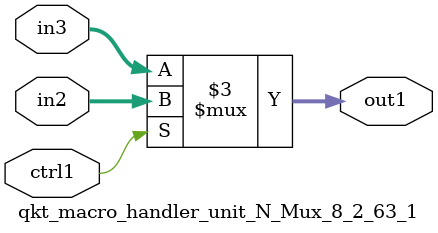
<source format=v>

`timescale 1ps / 1ps


module qkt_macro_handler_unit_N_Mux_8_2_63_1( in3, in2, ctrl1, out1 );

    input [7:0] in3;
    input [7:0] in2;
    input ctrl1;
    output [7:0] out1;
    reg [7:0] out1;

    
    // rtl_process:qkt_macro_handler_unit_N_Mux_8_2_63_1/qkt_macro_handler_unit_N_Mux_8_2_63_1_thread_1
    always @*
      begin : qkt_macro_handler_unit_N_Mux_8_2_63_1_thread_1
        case (ctrl1) 
          1'b1: 
            begin
              out1 = in2;
            end
          default: 
            begin
              out1 = in3;
            end
        endcase
      end

endmodule


</source>
